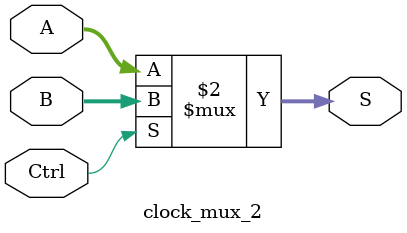
<source format=v>
`timescale 1ns / 1ps
module clock_mux_2(A, B, Ctrl, S);
	parameter N=32;
	input wire[N-1:0] A, B;
	input wire Ctrl;
	output wire[N-1:0] S;
	assign S = (Ctrl == 1'b0) ? A : B;
endmodule

</source>
